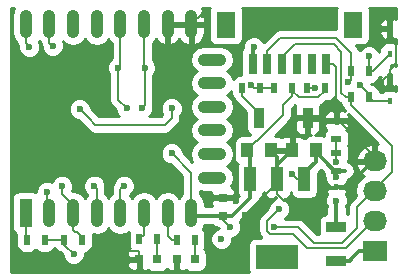
<source format=gtl>
G04 #@! TF.FileFunction,Copper,L1,Top,Signal*
%FSLAX46Y46*%
G04 Gerber Fmt 4.6, Leading zero omitted, Abs format (unit mm)*
G04 Created by KiCad (PCBNEW (2015-12-18 BZR 6383, Git 02d9bbb)-product) date Sun 17 Jan 2016 02:01:38 PM EET*
%MOMM*%
G01*
G04 APERTURE LIST*
%ADD10C,0.100000*%
%ADD11R,0.750000X0.800000*%
%ADD12R,1.000000X1.250000*%
%ADD13R,0.797560X0.797560*%
%ADD14R,0.450000X0.590000*%
%ADD15R,1.700000X0.900000*%
%ADD16R,0.500000X0.900000*%
%ADD17R,0.900000X0.500000*%
%ADD18O,2.400000X1.100000*%
%ADD19R,1.100000X2.400000*%
%ADD20O,1.100000X2.400000*%
%ADD21R,3.657600X2.032000*%
%ADD22R,1.016000X2.032000*%
%ADD23R,0.700000X1.800000*%
%ADD24R,1.600000X2.200000*%
%ADD25R,2.032000X1.727200*%
%ADD26O,2.032000X1.727200*%
%ADD27R,0.900000X1.700000*%
%ADD28C,0.600000*%
%ADD29C,0.300000*%
%ADD30C,0.200000*%
%ADD31C,0.254000*%
G04 APERTURE END LIST*
D10*
D11*
X61849000Y-79934500D03*
X61849000Y-78434500D03*
D12*
X69680000Y-74419500D03*
X67680000Y-74419500D03*
X63897000Y-74419500D03*
X65897000Y-74419500D03*
D13*
X59423300Y-83629500D03*
X57924700Y-83629500D03*
X56248300Y-83629500D03*
X54749700Y-83629500D03*
D14*
X71430000Y-79604500D03*
X71430000Y-77494500D03*
D15*
X71430000Y-83809500D03*
X71430000Y-80909500D03*
D16*
X59424000Y-81978500D03*
X57924000Y-81978500D03*
X49899000Y-81978500D03*
X48399000Y-81978500D03*
X45224000Y-81978500D03*
X46724000Y-81978500D03*
X56249000Y-81919500D03*
X54749000Y-81919500D03*
D17*
X71430000Y-74624500D03*
X71430000Y-76124500D03*
X71430000Y-71919500D03*
X71430000Y-73419500D03*
D16*
X72680000Y-69919500D03*
X74180000Y-69919500D03*
X72680000Y-67669500D03*
X74180000Y-67669500D03*
X68930000Y-69169500D03*
X70430000Y-69169500D03*
D18*
X60875201Y-76729500D03*
X60875201Y-74729500D03*
X60875201Y-72729500D03*
X60875201Y-70729500D03*
X60875201Y-68729500D03*
X60875201Y-66729500D03*
D19*
X45125201Y-79719500D03*
D20*
X47125201Y-79719500D03*
X49125201Y-79719500D03*
X51125201Y-79719500D03*
X53125201Y-79719500D03*
X55125201Y-79719500D03*
X57125201Y-79719500D03*
X59125201Y-79719500D03*
X59125201Y-63719500D03*
X57125201Y-63719500D03*
X55125201Y-63719500D03*
X53125201Y-63719500D03*
X51125201Y-63719500D03*
X49125201Y-63719500D03*
X47125201Y-63719500D03*
X45125201Y-63719500D03*
D21*
X66430000Y-83471500D03*
D22*
X66430000Y-76867500D03*
X64144000Y-76867500D03*
X68716000Y-76867500D03*
D23*
X64324000Y-67069500D03*
X65574000Y-67069500D03*
X66824000Y-67069500D03*
X68074000Y-67069500D03*
X69324000Y-67069500D03*
X70574000Y-67069500D03*
D24*
X62074000Y-63769500D03*
X72824000Y-63769500D03*
D14*
X75930000Y-70224500D03*
X75930000Y-68114500D03*
X75930000Y-66224500D03*
X75930000Y-64114500D03*
D25*
X74680000Y-82959500D03*
D26*
X74680000Y-80419500D03*
X74680000Y-77879500D03*
X74680000Y-75339500D03*
D16*
X66180000Y-69169500D03*
X67680000Y-69169500D03*
X63430000Y-69169500D03*
X64930000Y-69169500D03*
D27*
X64880000Y-71669500D03*
X68980000Y-71669500D03*
D28*
X57470000Y-74669500D03*
X61680000Y-81919500D03*
X49180000Y-83169500D03*
X62430000Y-80919500D03*
X60180000Y-62919500D03*
X74930000Y-63919500D03*
X75180000Y-68669500D03*
X52680000Y-81919500D03*
X63680000Y-79919500D03*
X62930000Y-78669500D03*
X71430000Y-76699498D03*
X71430000Y-78669500D03*
X49680000Y-70919500D03*
X57470000Y-70859500D03*
X67680000Y-76419500D03*
X64430000Y-65669500D03*
X66579302Y-79376640D03*
X72430031Y-68669500D03*
X66123636Y-80924553D03*
X69600219Y-69164807D03*
X54930000Y-70859500D03*
X55180000Y-67419500D03*
X46930000Y-77919500D03*
X71430000Y-75374498D03*
X64180012Y-68869479D03*
X53660000Y-70859500D03*
X52930000Y-67419500D03*
X45430000Y-65669500D03*
X73430000Y-68919500D03*
X47393325Y-65569480D03*
X74180000Y-66419500D03*
X48180000Y-77419500D03*
X50930000Y-77419500D03*
X53430000Y-77419500D03*
D29*
X62627004Y-79934500D02*
X62524000Y-79934500D01*
X62524000Y-79934500D02*
X61849000Y-79934500D01*
X64144000Y-78417504D02*
X62627004Y-79934500D01*
X64144000Y-76867500D02*
X64144000Y-78417504D01*
D30*
X59125201Y-79719500D02*
X59125201Y-76324701D01*
X59125201Y-76324701D02*
X57470000Y-74669500D01*
X48399000Y-81978500D02*
X48399000Y-82388500D01*
X48399000Y-82388500D02*
X49180000Y-83169500D01*
X66930000Y-70569500D02*
X66930000Y-71386500D01*
X64722000Y-73594500D02*
X64597000Y-73594500D01*
X63897000Y-74294500D02*
X63897000Y-74419500D01*
X66930000Y-71386500D02*
X64722000Y-73594500D01*
X64597000Y-73594500D02*
X63897000Y-74294500D01*
X67680000Y-69169500D02*
X67680000Y-69819500D01*
X67680000Y-69819500D02*
X66930000Y-70569500D01*
X70430000Y-69169500D02*
X70430000Y-69369500D01*
X70430000Y-69369500D02*
X69879999Y-69919501D01*
X67680000Y-69369500D02*
X67680000Y-69169500D01*
X69879999Y-69919501D02*
X68230001Y-69919501D01*
X68230001Y-69919501D02*
X67680000Y-69369500D01*
X46724000Y-81978500D02*
X48399000Y-81978500D01*
X61849000Y-79934500D02*
X61849000Y-80338500D01*
X61849000Y-80338500D02*
X62430000Y-80919500D01*
D29*
X61849000Y-79934500D02*
X59340201Y-79934500D01*
X59340201Y-79934500D02*
X59125201Y-79719500D01*
X64144000Y-76867500D02*
X64144000Y-74666500D01*
X64144000Y-74666500D02*
X63897000Y-74419500D01*
D30*
X60180000Y-62919500D02*
X59925201Y-62919500D01*
X59925201Y-62919500D02*
X59125201Y-63719500D01*
X75930000Y-64114500D02*
X75125000Y-64114500D01*
X75125000Y-64114500D02*
X74930000Y-63919500D01*
X75930000Y-68114500D02*
X75735000Y-68114500D01*
X75735000Y-68114500D02*
X75180000Y-68669500D01*
X71430000Y-71919500D02*
X71630000Y-71919500D01*
X71630000Y-71919500D02*
X74680000Y-74969500D01*
X74680000Y-74969500D02*
X74680000Y-75339500D01*
X75930000Y-67619500D02*
X75930000Y-68114500D01*
X54638480Y-82919500D02*
X53680000Y-82919500D01*
X53680000Y-82919500D02*
X52680000Y-81919500D01*
X54749700Y-83629500D02*
X54749700Y-83030720D01*
X54749700Y-83030720D02*
X54638480Y-82919500D01*
X75930000Y-64114500D02*
X75930000Y-64609500D01*
X75930000Y-64609500D02*
X76455001Y-65134501D01*
X76455001Y-65134501D02*
X76455001Y-67094499D01*
X76455001Y-67094499D02*
X75930000Y-67619500D01*
D29*
X71430000Y-77494500D02*
X72525000Y-77494500D01*
X72525000Y-77494500D02*
X73364000Y-76655500D01*
X73364000Y-76503100D02*
X74527600Y-75339500D01*
X73364000Y-76655500D02*
X73364000Y-76503100D01*
X74527600Y-75339500D02*
X74680000Y-75339500D01*
D30*
X67016000Y-78669500D02*
X69830000Y-78669500D01*
X69830000Y-78669500D02*
X71005000Y-77494500D01*
X71005000Y-77494500D02*
X71430000Y-77494500D01*
X66430000Y-76867500D02*
X66430000Y-78083500D01*
X66430000Y-78083500D02*
X67016000Y-78669500D01*
X63680000Y-79919500D02*
X66430000Y-77169500D01*
X66430000Y-77169500D02*
X66430000Y-76867500D01*
X62695000Y-78434500D02*
X62930000Y-78669500D01*
X61849000Y-78434500D02*
X62695000Y-78434500D01*
X70574000Y-67069500D02*
X71124000Y-67069500D01*
X71124000Y-67069500D02*
X71430000Y-67375500D01*
X71430000Y-67375500D02*
X71430000Y-71469500D01*
X71430000Y-71469500D02*
X71430000Y-71919500D01*
X71430000Y-71919500D02*
X69230000Y-71919500D01*
X69230000Y-71919500D02*
X68980000Y-71669500D01*
D29*
X66430000Y-76867500D02*
X66430000Y-75669500D01*
X66430000Y-75669500D02*
X67680000Y-74419500D01*
X66430000Y-76867500D02*
X66430000Y-74952500D01*
X66430000Y-74952500D02*
X65897000Y-74419500D01*
X71430000Y-76699498D02*
X71430000Y-76124500D01*
X71430000Y-79009500D02*
X71430000Y-78669500D01*
D30*
X50441999Y-71681499D02*
X49680000Y-70919500D01*
X51020000Y-72259500D02*
X50441999Y-71681499D01*
X56890000Y-72259500D02*
X51020000Y-72259500D01*
X57470000Y-71679500D02*
X56890000Y-72259500D01*
X57470000Y-70859500D02*
X57470000Y-71679500D01*
X68716000Y-76867500D02*
X68128000Y-76867500D01*
X68128000Y-76867500D02*
X67680000Y-76419500D01*
D29*
X68716000Y-76867500D02*
X68716000Y-76359500D01*
X68716000Y-76359500D02*
X69680000Y-75395500D01*
X69680000Y-75395500D02*
X69680000Y-74419500D01*
X70525000Y-75419500D02*
X70525000Y-75389500D01*
X70525000Y-75389500D02*
X69680000Y-74544500D01*
X69680000Y-74544500D02*
X69680000Y-74419500D01*
X71430000Y-76124500D02*
X71230000Y-76124500D01*
X71230000Y-76124500D02*
X70525000Y-75419500D01*
X71430000Y-79604500D02*
X71430000Y-79009500D01*
X72180000Y-76124500D02*
X71430000Y-76124500D01*
X71430000Y-80909500D02*
X71430000Y-79604500D01*
D30*
X59424000Y-81978500D02*
X59424000Y-83628800D01*
X59424000Y-83628800D02*
X59423300Y-83629500D01*
X56249000Y-81919500D02*
X56249000Y-83628800D01*
X56249000Y-83628800D02*
X56248300Y-83629500D01*
D29*
X64324000Y-67069500D02*
X64324000Y-65775500D01*
X64324000Y-65775500D02*
X64430000Y-65669500D01*
X72680000Y-83643500D02*
X72680000Y-83709500D01*
X72580000Y-83809500D02*
X71430000Y-83809500D01*
X72680000Y-83709500D02*
X72580000Y-83809500D01*
X74680000Y-82959500D02*
X73364000Y-82959500D01*
X73364000Y-82959500D02*
X72680000Y-83643500D01*
D30*
X66279303Y-79676639D02*
X66579302Y-79376640D01*
X68907369Y-82669500D02*
X67762423Y-81524554D01*
X65523635Y-81212554D02*
X65523635Y-80432307D01*
X67762423Y-81524554D02*
X65835635Y-81524554D01*
X74527600Y-80419500D02*
X72277600Y-82669500D01*
X72277600Y-82669500D02*
X68907369Y-82669500D01*
X74680000Y-80419500D02*
X74527600Y-80419500D01*
X65523635Y-80432307D02*
X66279303Y-79676639D01*
X65835635Y-81524554D02*
X65523635Y-81212554D01*
X72680000Y-68419531D02*
X72430031Y-68669500D01*
X72680000Y-67669500D02*
X72680000Y-68419531D01*
X72680000Y-67669500D02*
X72680000Y-66169500D01*
X72680000Y-66169500D02*
X71430000Y-64919500D01*
X71430000Y-64919500D02*
X66680000Y-64919500D01*
X66680000Y-64919500D02*
X65574000Y-66025500D01*
X65574000Y-66025500D02*
X65574000Y-67069500D01*
X74527600Y-77879500D02*
X76164897Y-76242203D01*
X76164897Y-76242203D02*
X76164897Y-74054397D01*
X76164897Y-74054397D02*
X72680000Y-70569500D01*
X72680000Y-70569500D02*
X72680000Y-69919500D01*
X69495492Y-82269489D02*
X68150556Y-80924553D01*
X74527600Y-77879500D02*
X73180000Y-79227100D01*
X66547900Y-80924553D02*
X66123636Y-80924553D01*
X73180000Y-79227100D02*
X73180000Y-80999502D01*
X68150556Y-80924553D02*
X66547900Y-80924553D01*
X71910013Y-82269489D02*
X69495492Y-82269489D01*
X73180000Y-80999502D02*
X71910013Y-82269489D01*
X72680000Y-69919500D02*
X72230000Y-69919500D01*
X71830011Y-69519511D02*
X71830011Y-66069511D01*
X66824000Y-66519500D02*
X66824000Y-67069500D01*
X72230000Y-69919500D02*
X71830011Y-69519511D01*
X71180000Y-65419500D02*
X67924000Y-65419500D01*
X67924000Y-65419500D02*
X66824000Y-66519500D01*
X71830011Y-66069511D02*
X71180000Y-65419500D01*
X74527600Y-77879500D02*
X74680000Y-77879500D01*
X68930000Y-69169500D02*
X69595526Y-69169500D01*
X69595526Y-69169500D02*
X69600219Y-69164807D01*
X55180000Y-67419500D02*
X55180000Y-70609500D01*
X55180000Y-70609500D02*
X54930000Y-70859500D01*
X55125201Y-63719500D02*
X55125201Y-67364701D01*
X55125201Y-67364701D02*
X55180000Y-67419500D01*
X57125201Y-79719500D02*
X57125201Y-81629701D01*
X57125201Y-81629701D02*
X57474000Y-81978500D01*
X57474000Y-81978500D02*
X57924000Y-81978500D01*
X45125201Y-79719500D02*
X45125201Y-81879701D01*
X45125201Y-81879701D02*
X45224000Y-81978500D01*
X55125201Y-79719500D02*
X55125201Y-81543299D01*
X55125201Y-81543299D02*
X54749000Y-81919500D01*
X46930000Y-77919500D02*
X46930000Y-79524299D01*
X46930000Y-79524299D02*
X47125201Y-79719500D01*
X71430000Y-74624500D02*
X71430000Y-75374498D01*
X71430000Y-74624500D02*
X71430000Y-73419500D01*
X64930000Y-69169500D02*
X64480000Y-69169500D01*
X64480000Y-69169500D02*
X64180012Y-68869512D01*
X64180012Y-68869512D02*
X64180012Y-68869479D01*
X52930000Y-67419500D02*
X52930000Y-70129500D01*
X52930000Y-70129500D02*
X53660000Y-70859500D01*
X53125201Y-63719500D02*
X53125201Y-67224299D01*
X53125201Y-67224299D02*
X52930000Y-67419500D01*
X64930000Y-69169500D02*
X66180000Y-69169500D01*
X45430000Y-65669500D02*
X45125201Y-65364701D01*
X45125201Y-65364701D02*
X45125201Y-63719500D01*
X74180000Y-69919500D02*
X74180000Y-69669500D01*
X74180000Y-69669500D02*
X73430000Y-68919500D01*
X75930000Y-70224500D02*
X74485000Y-70224500D01*
X74485000Y-70224500D02*
X74180000Y-69919500D01*
X47125201Y-65301356D02*
X47393325Y-65569480D01*
X47125201Y-63719500D02*
X47125201Y-65301356D01*
X74180000Y-67669500D02*
X74180000Y-66419500D01*
X75930000Y-66224500D02*
X75930000Y-66294500D01*
X75930000Y-66294500D02*
X74555000Y-67669500D01*
X74555000Y-67669500D02*
X74180000Y-67669500D01*
X49125201Y-79719500D02*
X49125201Y-79069500D01*
X49125201Y-79069500D02*
X48180000Y-78124299D01*
X48180000Y-78124299D02*
X48180000Y-77419500D01*
X49430000Y-81309500D02*
X49315201Y-81309500D01*
X49315201Y-81309500D02*
X49125201Y-81119500D01*
X49125201Y-81119500D02*
X49125201Y-79719500D01*
X49899000Y-81978500D02*
X49899000Y-81778500D01*
X49899000Y-81778500D02*
X49430000Y-81309500D01*
X63430000Y-69819500D02*
X63430000Y-69169500D01*
X64880000Y-71269500D02*
X63430000Y-69819500D01*
X64880000Y-71669500D02*
X64880000Y-71269500D01*
X51125201Y-79719500D02*
X51125201Y-77614701D01*
X51125201Y-77614701D02*
X50930000Y-77419500D01*
X53125201Y-79719500D02*
X53125201Y-77724299D01*
X53125201Y-77724299D02*
X53430000Y-77419500D01*
D31*
G36*
X44030404Y-62580070D02*
X43940201Y-63033550D01*
X43940201Y-64405450D01*
X44030404Y-64858930D01*
X44287279Y-65243372D01*
X44390201Y-65312142D01*
X44390201Y-65364701D01*
X44433550Y-65582628D01*
X44446150Y-65645973D01*
X44494956Y-65719017D01*
X44494838Y-65854667D01*
X44636883Y-66198443D01*
X44899673Y-66461692D01*
X45243201Y-66604338D01*
X45615167Y-66604662D01*
X45958943Y-66462617D01*
X46222192Y-66199827D01*
X46364838Y-65856299D01*
X46365162Y-65484333D01*
X46230468Y-65158348D01*
X46287279Y-65243372D01*
X46392675Y-65313795D01*
X46439618Y-65549788D01*
X46446150Y-65582628D01*
X46458297Y-65600807D01*
X46458163Y-65754647D01*
X46600208Y-66098423D01*
X46862998Y-66361672D01*
X47206526Y-66504318D01*
X47578492Y-66504642D01*
X47922268Y-66362597D01*
X48185517Y-66099807D01*
X48328163Y-65756279D01*
X48328487Y-65384313D01*
X48242659Y-65176594D01*
X48287279Y-65243372D01*
X48671721Y-65500247D01*
X49125201Y-65590450D01*
X49578681Y-65500247D01*
X49963123Y-65243372D01*
X50125201Y-65000804D01*
X50287279Y-65243372D01*
X50671721Y-65500247D01*
X51125201Y-65590450D01*
X51578681Y-65500247D01*
X51963123Y-65243372D01*
X52125201Y-65000804D01*
X52287279Y-65243372D01*
X52390201Y-65312142D01*
X52390201Y-66637220D01*
X52137808Y-66889173D01*
X51995162Y-67232701D01*
X51994838Y-67604667D01*
X52136883Y-67948443D01*
X52195000Y-68006662D01*
X52195000Y-70129500D01*
X52246653Y-70389173D01*
X52250949Y-70410772D01*
X52410277Y-70649223D01*
X52724908Y-70963855D01*
X52724838Y-71044667D01*
X52866883Y-71388443D01*
X53002703Y-71524500D01*
X51324447Y-71524500D01*
X50961724Y-71161778D01*
X50961722Y-71161775D01*
X50615092Y-70815145D01*
X50615162Y-70734333D01*
X50473117Y-70390557D01*
X50210327Y-70127308D01*
X49866799Y-69984662D01*
X49494833Y-69984338D01*
X49151057Y-70126383D01*
X48887808Y-70389173D01*
X48745162Y-70732701D01*
X48744838Y-71104667D01*
X48886883Y-71448443D01*
X49149673Y-71711692D01*
X49493201Y-71854338D01*
X49575463Y-71854410D01*
X49922275Y-72201222D01*
X49922278Y-72201224D01*
X50500277Y-72779224D01*
X50732191Y-72934183D01*
X50738728Y-72938551D01*
X51020000Y-72994500D01*
X56890000Y-72994500D01*
X57171272Y-72938551D01*
X57409723Y-72779223D01*
X57989724Y-72199223D01*
X58149051Y-71960772D01*
X58158255Y-71914500D01*
X58205000Y-71679500D01*
X58205000Y-71446919D01*
X58262192Y-71389827D01*
X58404838Y-71046299D01*
X58405162Y-70674333D01*
X58263117Y-70330557D01*
X58000327Y-70067308D01*
X57656799Y-69924662D01*
X57284833Y-69924338D01*
X56941057Y-70066383D01*
X56677808Y-70329173D01*
X56535162Y-70672701D01*
X56534838Y-71044667D01*
X56676883Y-71388443D01*
X56699227Y-71410826D01*
X56585554Y-71524500D01*
X55587284Y-71524500D01*
X55722192Y-71389827D01*
X55864838Y-71046299D01*
X55865000Y-70860867D01*
X55875406Y-70808551D01*
X55915000Y-70609500D01*
X55915000Y-68006919D01*
X55972192Y-67949827D01*
X56114838Y-67606299D01*
X56115162Y-67234333D01*
X55973117Y-66890557D01*
X55860201Y-66777444D01*
X55860201Y-65312142D01*
X55963123Y-65243372D01*
X56127123Y-64997928D01*
X56377083Y-65297224D01*
X56789055Y-65512898D01*
X56815457Y-65513303D01*
X56998201Y-65387861D01*
X56998201Y-63846500D01*
X57252201Y-63846500D01*
X57252201Y-65387861D01*
X57434945Y-65513303D01*
X57461347Y-65512898D01*
X57873319Y-65297224D01*
X58125201Y-64995627D01*
X58377083Y-65297224D01*
X58789055Y-65512898D01*
X58815457Y-65513303D01*
X58998201Y-65387861D01*
X58998201Y-63846500D01*
X59252201Y-63846500D01*
X59252201Y-65387861D01*
X59434945Y-65513303D01*
X59461347Y-65512898D01*
X59873319Y-65297224D01*
X60171397Y-64940313D01*
X60310201Y-64496500D01*
X60310201Y-63846500D01*
X59252201Y-63846500D01*
X58998201Y-63846500D01*
X57252201Y-63846500D01*
X56998201Y-63846500D01*
X56978201Y-63846500D01*
X56978201Y-63592500D01*
X56998201Y-63592500D01*
X56998201Y-63572500D01*
X57252201Y-63572500D01*
X57252201Y-63592500D01*
X58998201Y-63592500D01*
X58998201Y-63572500D01*
X59252201Y-63572500D01*
X59252201Y-63592500D01*
X60310201Y-63592500D01*
X60310201Y-62942500D01*
X60171397Y-62498687D01*
X60071857Y-62379500D01*
X60703608Y-62379500D01*
X60677569Y-62417610D01*
X60626560Y-62669500D01*
X60626560Y-64869500D01*
X60670838Y-65104817D01*
X60809910Y-65320941D01*
X61022110Y-65465931D01*
X61274000Y-65516940D01*
X62874000Y-65516940D01*
X63109317Y-65472662D01*
X63325441Y-65333590D01*
X63470431Y-65121390D01*
X63521440Y-64869500D01*
X63521440Y-62669500D01*
X63477162Y-62434183D01*
X63441974Y-62379500D01*
X71453608Y-62379500D01*
X71427569Y-62417610D01*
X71376560Y-62669500D01*
X71376560Y-64184500D01*
X66680000Y-64184500D01*
X66398728Y-64240449D01*
X66160276Y-64399777D01*
X65280535Y-65279519D01*
X65223117Y-65140557D01*
X64960327Y-64877308D01*
X64616799Y-64734662D01*
X64244833Y-64734338D01*
X63901057Y-64876383D01*
X63637808Y-65139173D01*
X63495162Y-65482701D01*
X63494933Y-65745842D01*
X63377569Y-65917610D01*
X63326560Y-66169500D01*
X63326560Y-67969500D01*
X63345858Y-68072060D01*
X63180000Y-68072060D01*
X62944683Y-68116338D01*
X62728559Y-68255410D01*
X62669145Y-68342365D01*
X62655948Y-68276020D01*
X62399073Y-67891578D01*
X62156505Y-67729500D01*
X62399073Y-67567422D01*
X62655948Y-67182980D01*
X62746151Y-66729500D01*
X62655948Y-66276020D01*
X62399073Y-65891578D01*
X62014631Y-65634703D01*
X61561151Y-65544500D01*
X60189251Y-65544500D01*
X59735771Y-65634703D01*
X59351329Y-65891578D01*
X59094454Y-66276020D01*
X59004251Y-66729500D01*
X59094454Y-67182980D01*
X59351329Y-67567422D01*
X59593897Y-67729500D01*
X59351329Y-67891578D01*
X59094454Y-68276020D01*
X59004251Y-68729500D01*
X59094454Y-69182980D01*
X59351329Y-69567422D01*
X59593897Y-69729500D01*
X59351329Y-69891578D01*
X59094454Y-70276020D01*
X59004251Y-70729500D01*
X59094454Y-71182980D01*
X59351329Y-71567422D01*
X59593897Y-71729500D01*
X59351329Y-71891578D01*
X59094454Y-72276020D01*
X59004251Y-72729500D01*
X59094454Y-73182980D01*
X59351329Y-73567422D01*
X59593897Y-73729500D01*
X59351329Y-73891578D01*
X59094454Y-74276020D01*
X59004251Y-74729500D01*
X59094454Y-75182980D01*
X59238485Y-75398538D01*
X58405092Y-74565145D01*
X58405162Y-74484333D01*
X58263117Y-74140557D01*
X58000327Y-73877308D01*
X57656799Y-73734662D01*
X57284833Y-73734338D01*
X56941057Y-73876383D01*
X56677808Y-74139173D01*
X56535162Y-74482701D01*
X56534838Y-74854667D01*
X56676883Y-75198443D01*
X56939673Y-75461692D01*
X57283201Y-75604338D01*
X57365463Y-75604410D01*
X58390201Y-76629148D01*
X58390201Y-78126858D01*
X58287279Y-78195628D01*
X58125201Y-78438196D01*
X57963123Y-78195628D01*
X57578681Y-77938753D01*
X57125201Y-77848550D01*
X56671721Y-77938753D01*
X56287279Y-78195628D01*
X56125201Y-78438196D01*
X55963123Y-78195628D01*
X55578681Y-77938753D01*
X55125201Y-77848550D01*
X54671721Y-77938753D01*
X54287279Y-78195628D01*
X54125201Y-78438196D01*
X53968260Y-78203316D01*
X54222192Y-77949827D01*
X54364838Y-77606299D01*
X54365162Y-77234333D01*
X54223117Y-76890557D01*
X53960327Y-76627308D01*
X53616799Y-76484662D01*
X53244833Y-76484338D01*
X52901057Y-76626383D01*
X52637808Y-76889173D01*
X52495162Y-77232701D01*
X52495043Y-77369854D01*
X52446150Y-77443027D01*
X52390201Y-77724299D01*
X52390201Y-78126858D01*
X52287279Y-78195628D01*
X52125201Y-78438196D01*
X51963123Y-78195628D01*
X51860201Y-78126858D01*
X51860201Y-77617466D01*
X51864838Y-77606299D01*
X51865162Y-77234333D01*
X51723117Y-76890557D01*
X51460327Y-76627308D01*
X51116799Y-76484662D01*
X50744833Y-76484338D01*
X50401057Y-76626383D01*
X50137808Y-76889173D01*
X49995162Y-77232701D01*
X49994838Y-77604667D01*
X50136883Y-77948443D01*
X50345082Y-78157006D01*
X50287279Y-78195628D01*
X50125201Y-78438196D01*
X49963123Y-78195628D01*
X49578681Y-77938753D01*
X49125201Y-77848550D01*
X49004257Y-77872607D01*
X49114838Y-77606299D01*
X49115162Y-77234333D01*
X48973117Y-76890557D01*
X48710327Y-76627308D01*
X48366799Y-76484662D01*
X47994833Y-76484338D01*
X47651057Y-76626383D01*
X47387808Y-76889173D01*
X47314132Y-77066602D01*
X47116799Y-76984662D01*
X46744833Y-76984338D01*
X46401057Y-77126383D01*
X46137808Y-77389173D01*
X45995162Y-77732701D01*
X45994956Y-77969439D01*
X45927091Y-77923069D01*
X45675201Y-77872060D01*
X44575201Y-77872060D01*
X44339884Y-77916338D01*
X44123760Y-78055410D01*
X43978770Y-78267610D01*
X43927761Y-78519500D01*
X43927761Y-80919500D01*
X43972039Y-81154817D01*
X44111111Y-81370941D01*
X44323311Y-81515931D01*
X44328877Y-81517058D01*
X44326560Y-81528500D01*
X44326560Y-82428500D01*
X44370838Y-82663817D01*
X44509910Y-82879941D01*
X44722110Y-83024931D01*
X44974000Y-83075940D01*
X45474000Y-83075940D01*
X45709317Y-83031662D01*
X45925441Y-82892590D01*
X45973134Y-82822789D01*
X46009910Y-82879941D01*
X46222110Y-83024931D01*
X46474000Y-83075940D01*
X46974000Y-83075940D01*
X47209317Y-83031662D01*
X47425441Y-82892590D01*
X47547808Y-82713500D01*
X47577808Y-82713500D01*
X47684910Y-82879941D01*
X47897110Y-83024931D01*
X48021092Y-83050038D01*
X48244908Y-83273855D01*
X48244838Y-83354667D01*
X48386883Y-83698443D01*
X48649673Y-83961692D01*
X48993201Y-84104338D01*
X49365167Y-84104662D01*
X49708943Y-83962617D01*
X49756392Y-83915250D01*
X53715920Y-83915250D01*
X53715920Y-84154590D01*
X53812593Y-84387979D01*
X53991222Y-84566607D01*
X54224611Y-84663280D01*
X54463950Y-84663280D01*
X54622700Y-84504530D01*
X54622700Y-83756500D01*
X53874670Y-83756500D01*
X53715920Y-83915250D01*
X49756392Y-83915250D01*
X49972192Y-83699827D01*
X50114838Y-83356299D01*
X50115082Y-83075940D01*
X50149000Y-83075940D01*
X50384317Y-83031662D01*
X50600441Y-82892590D01*
X50745431Y-82680390D01*
X50796440Y-82428500D01*
X50796440Y-81528500D01*
X50795767Y-81524921D01*
X51125201Y-81590450D01*
X51578681Y-81500247D01*
X51963123Y-81243372D01*
X52125201Y-81000804D01*
X52287279Y-81243372D01*
X52671721Y-81500247D01*
X53125201Y-81590450D01*
X53578681Y-81500247D01*
X53887060Y-81294195D01*
X53851560Y-81469500D01*
X53851560Y-82369500D01*
X53895838Y-82604817D01*
X53967473Y-82716142D01*
X53812593Y-82871021D01*
X53715920Y-83104410D01*
X53715920Y-83343750D01*
X53874670Y-83502500D01*
X54622700Y-83502500D01*
X54622700Y-83482500D01*
X54876700Y-83482500D01*
X54876700Y-83502500D01*
X54896700Y-83502500D01*
X54896700Y-83756500D01*
X54876700Y-83756500D01*
X54876700Y-84504530D01*
X55035450Y-84663280D01*
X55274789Y-84663280D01*
X55508178Y-84566607D01*
X55509970Y-84564815D01*
X55597630Y-84624711D01*
X55849520Y-84675720D01*
X56647080Y-84675720D01*
X56882397Y-84631442D01*
X57094544Y-84494929D01*
X57166222Y-84566607D01*
X57399611Y-84663280D01*
X57638950Y-84663280D01*
X57797700Y-84504530D01*
X57797700Y-83756500D01*
X57777700Y-83756500D01*
X57777700Y-83502500D01*
X57797700Y-83502500D01*
X57797700Y-83482500D01*
X58051700Y-83482500D01*
X58051700Y-83502500D01*
X58071700Y-83502500D01*
X58071700Y-83756500D01*
X58051700Y-83756500D01*
X58051700Y-84504530D01*
X58210450Y-84663280D01*
X58449789Y-84663280D01*
X58683178Y-84566607D01*
X58684970Y-84564815D01*
X58772630Y-84624711D01*
X59024520Y-84675720D01*
X59822080Y-84675720D01*
X60057397Y-84631442D01*
X60273521Y-84492370D01*
X60418511Y-84280170D01*
X60469520Y-84028280D01*
X60469520Y-83230720D01*
X60425242Y-82995403D01*
X60286170Y-82779279D01*
X60229377Y-82740474D01*
X60270431Y-82680390D01*
X60321440Y-82428500D01*
X60321440Y-81528500D01*
X60277162Y-81293183D01*
X60138090Y-81077059D01*
X60094260Y-81047111D01*
X60219998Y-80858930D01*
X60247732Y-80719500D01*
X60967156Y-80719500D01*
X61009910Y-80785941D01*
X61222110Y-80930931D01*
X61447660Y-80976606D01*
X61466924Y-80995870D01*
X61151057Y-81126383D01*
X60887808Y-81389173D01*
X60745162Y-81732701D01*
X60744838Y-82104667D01*
X60886883Y-82448443D01*
X61149673Y-82711692D01*
X61493201Y-82854338D01*
X61865167Y-82854662D01*
X62208943Y-82712617D01*
X62472192Y-82449827D01*
X62614838Y-82106299D01*
X62615057Y-81854662D01*
X62615167Y-81854662D01*
X62958943Y-81712617D01*
X63222192Y-81449827D01*
X63364838Y-81106299D01*
X63365162Y-80734333D01*
X63240072Y-80431590D01*
X64699079Y-78972583D01*
X64869245Y-78717911D01*
X64919343Y-78466054D01*
X65103441Y-78347590D01*
X65248431Y-78135390D01*
X65287000Y-77944931D01*
X65287000Y-78009810D01*
X65383673Y-78243199D01*
X65562302Y-78421827D01*
X65795691Y-78518500D01*
X66144250Y-78518500D01*
X66302998Y-78359752D01*
X66302998Y-78479135D01*
X66050359Y-78583523D01*
X65787110Y-78846313D01*
X65644464Y-79189841D01*
X65644392Y-79272103D01*
X65003912Y-79912584D01*
X64844584Y-80151035D01*
X64788635Y-80432307D01*
X64788635Y-81212554D01*
X64833723Y-81439223D01*
X64844584Y-81493826D01*
X65003912Y-81732277D01*
X65079695Y-81808060D01*
X64601200Y-81808060D01*
X64365883Y-81852338D01*
X64149759Y-81991410D01*
X64004769Y-82203610D01*
X63953760Y-82455500D01*
X63953760Y-84487500D01*
X63994072Y-84701739D01*
X43908432Y-84689917D01*
X43890569Y-62379500D01*
X44164420Y-62379500D01*
X44030404Y-62580070D01*
X44030404Y-62580070D01*
G37*
X44030404Y-62580070D02*
X43940201Y-63033550D01*
X43940201Y-64405450D01*
X44030404Y-64858930D01*
X44287279Y-65243372D01*
X44390201Y-65312142D01*
X44390201Y-65364701D01*
X44433550Y-65582628D01*
X44446150Y-65645973D01*
X44494956Y-65719017D01*
X44494838Y-65854667D01*
X44636883Y-66198443D01*
X44899673Y-66461692D01*
X45243201Y-66604338D01*
X45615167Y-66604662D01*
X45958943Y-66462617D01*
X46222192Y-66199827D01*
X46364838Y-65856299D01*
X46365162Y-65484333D01*
X46230468Y-65158348D01*
X46287279Y-65243372D01*
X46392675Y-65313795D01*
X46439618Y-65549788D01*
X46446150Y-65582628D01*
X46458297Y-65600807D01*
X46458163Y-65754647D01*
X46600208Y-66098423D01*
X46862998Y-66361672D01*
X47206526Y-66504318D01*
X47578492Y-66504642D01*
X47922268Y-66362597D01*
X48185517Y-66099807D01*
X48328163Y-65756279D01*
X48328487Y-65384313D01*
X48242659Y-65176594D01*
X48287279Y-65243372D01*
X48671721Y-65500247D01*
X49125201Y-65590450D01*
X49578681Y-65500247D01*
X49963123Y-65243372D01*
X50125201Y-65000804D01*
X50287279Y-65243372D01*
X50671721Y-65500247D01*
X51125201Y-65590450D01*
X51578681Y-65500247D01*
X51963123Y-65243372D01*
X52125201Y-65000804D01*
X52287279Y-65243372D01*
X52390201Y-65312142D01*
X52390201Y-66637220D01*
X52137808Y-66889173D01*
X51995162Y-67232701D01*
X51994838Y-67604667D01*
X52136883Y-67948443D01*
X52195000Y-68006662D01*
X52195000Y-70129500D01*
X52246653Y-70389173D01*
X52250949Y-70410772D01*
X52410277Y-70649223D01*
X52724908Y-70963855D01*
X52724838Y-71044667D01*
X52866883Y-71388443D01*
X53002703Y-71524500D01*
X51324447Y-71524500D01*
X50961724Y-71161778D01*
X50961722Y-71161775D01*
X50615092Y-70815145D01*
X50615162Y-70734333D01*
X50473117Y-70390557D01*
X50210327Y-70127308D01*
X49866799Y-69984662D01*
X49494833Y-69984338D01*
X49151057Y-70126383D01*
X48887808Y-70389173D01*
X48745162Y-70732701D01*
X48744838Y-71104667D01*
X48886883Y-71448443D01*
X49149673Y-71711692D01*
X49493201Y-71854338D01*
X49575463Y-71854410D01*
X49922275Y-72201222D01*
X49922278Y-72201224D01*
X50500277Y-72779224D01*
X50732191Y-72934183D01*
X50738728Y-72938551D01*
X51020000Y-72994500D01*
X56890000Y-72994500D01*
X57171272Y-72938551D01*
X57409723Y-72779223D01*
X57989724Y-72199223D01*
X58149051Y-71960772D01*
X58158255Y-71914500D01*
X58205000Y-71679500D01*
X58205000Y-71446919D01*
X58262192Y-71389827D01*
X58404838Y-71046299D01*
X58405162Y-70674333D01*
X58263117Y-70330557D01*
X58000327Y-70067308D01*
X57656799Y-69924662D01*
X57284833Y-69924338D01*
X56941057Y-70066383D01*
X56677808Y-70329173D01*
X56535162Y-70672701D01*
X56534838Y-71044667D01*
X56676883Y-71388443D01*
X56699227Y-71410826D01*
X56585554Y-71524500D01*
X55587284Y-71524500D01*
X55722192Y-71389827D01*
X55864838Y-71046299D01*
X55865000Y-70860867D01*
X55875406Y-70808551D01*
X55915000Y-70609500D01*
X55915000Y-68006919D01*
X55972192Y-67949827D01*
X56114838Y-67606299D01*
X56115162Y-67234333D01*
X55973117Y-66890557D01*
X55860201Y-66777444D01*
X55860201Y-65312142D01*
X55963123Y-65243372D01*
X56127123Y-64997928D01*
X56377083Y-65297224D01*
X56789055Y-65512898D01*
X56815457Y-65513303D01*
X56998201Y-65387861D01*
X56998201Y-63846500D01*
X57252201Y-63846500D01*
X57252201Y-65387861D01*
X57434945Y-65513303D01*
X57461347Y-65512898D01*
X57873319Y-65297224D01*
X58125201Y-64995627D01*
X58377083Y-65297224D01*
X58789055Y-65512898D01*
X58815457Y-65513303D01*
X58998201Y-65387861D01*
X58998201Y-63846500D01*
X59252201Y-63846500D01*
X59252201Y-65387861D01*
X59434945Y-65513303D01*
X59461347Y-65512898D01*
X59873319Y-65297224D01*
X60171397Y-64940313D01*
X60310201Y-64496500D01*
X60310201Y-63846500D01*
X59252201Y-63846500D01*
X58998201Y-63846500D01*
X57252201Y-63846500D01*
X56998201Y-63846500D01*
X56978201Y-63846500D01*
X56978201Y-63592500D01*
X56998201Y-63592500D01*
X56998201Y-63572500D01*
X57252201Y-63572500D01*
X57252201Y-63592500D01*
X58998201Y-63592500D01*
X58998201Y-63572500D01*
X59252201Y-63572500D01*
X59252201Y-63592500D01*
X60310201Y-63592500D01*
X60310201Y-62942500D01*
X60171397Y-62498687D01*
X60071857Y-62379500D01*
X60703608Y-62379500D01*
X60677569Y-62417610D01*
X60626560Y-62669500D01*
X60626560Y-64869500D01*
X60670838Y-65104817D01*
X60809910Y-65320941D01*
X61022110Y-65465931D01*
X61274000Y-65516940D01*
X62874000Y-65516940D01*
X63109317Y-65472662D01*
X63325441Y-65333590D01*
X63470431Y-65121390D01*
X63521440Y-64869500D01*
X63521440Y-62669500D01*
X63477162Y-62434183D01*
X63441974Y-62379500D01*
X71453608Y-62379500D01*
X71427569Y-62417610D01*
X71376560Y-62669500D01*
X71376560Y-64184500D01*
X66680000Y-64184500D01*
X66398728Y-64240449D01*
X66160276Y-64399777D01*
X65280535Y-65279519D01*
X65223117Y-65140557D01*
X64960327Y-64877308D01*
X64616799Y-64734662D01*
X64244833Y-64734338D01*
X63901057Y-64876383D01*
X63637808Y-65139173D01*
X63495162Y-65482701D01*
X63494933Y-65745842D01*
X63377569Y-65917610D01*
X63326560Y-66169500D01*
X63326560Y-67969500D01*
X63345858Y-68072060D01*
X63180000Y-68072060D01*
X62944683Y-68116338D01*
X62728559Y-68255410D01*
X62669145Y-68342365D01*
X62655948Y-68276020D01*
X62399073Y-67891578D01*
X62156505Y-67729500D01*
X62399073Y-67567422D01*
X62655948Y-67182980D01*
X62746151Y-66729500D01*
X62655948Y-66276020D01*
X62399073Y-65891578D01*
X62014631Y-65634703D01*
X61561151Y-65544500D01*
X60189251Y-65544500D01*
X59735771Y-65634703D01*
X59351329Y-65891578D01*
X59094454Y-66276020D01*
X59004251Y-66729500D01*
X59094454Y-67182980D01*
X59351329Y-67567422D01*
X59593897Y-67729500D01*
X59351329Y-67891578D01*
X59094454Y-68276020D01*
X59004251Y-68729500D01*
X59094454Y-69182980D01*
X59351329Y-69567422D01*
X59593897Y-69729500D01*
X59351329Y-69891578D01*
X59094454Y-70276020D01*
X59004251Y-70729500D01*
X59094454Y-71182980D01*
X59351329Y-71567422D01*
X59593897Y-71729500D01*
X59351329Y-71891578D01*
X59094454Y-72276020D01*
X59004251Y-72729500D01*
X59094454Y-73182980D01*
X59351329Y-73567422D01*
X59593897Y-73729500D01*
X59351329Y-73891578D01*
X59094454Y-74276020D01*
X59004251Y-74729500D01*
X59094454Y-75182980D01*
X59238485Y-75398538D01*
X58405092Y-74565145D01*
X58405162Y-74484333D01*
X58263117Y-74140557D01*
X58000327Y-73877308D01*
X57656799Y-73734662D01*
X57284833Y-73734338D01*
X56941057Y-73876383D01*
X56677808Y-74139173D01*
X56535162Y-74482701D01*
X56534838Y-74854667D01*
X56676883Y-75198443D01*
X56939673Y-75461692D01*
X57283201Y-75604338D01*
X57365463Y-75604410D01*
X58390201Y-76629148D01*
X58390201Y-78126858D01*
X58287279Y-78195628D01*
X58125201Y-78438196D01*
X57963123Y-78195628D01*
X57578681Y-77938753D01*
X57125201Y-77848550D01*
X56671721Y-77938753D01*
X56287279Y-78195628D01*
X56125201Y-78438196D01*
X55963123Y-78195628D01*
X55578681Y-77938753D01*
X55125201Y-77848550D01*
X54671721Y-77938753D01*
X54287279Y-78195628D01*
X54125201Y-78438196D01*
X53968260Y-78203316D01*
X54222192Y-77949827D01*
X54364838Y-77606299D01*
X54365162Y-77234333D01*
X54223117Y-76890557D01*
X53960327Y-76627308D01*
X53616799Y-76484662D01*
X53244833Y-76484338D01*
X52901057Y-76626383D01*
X52637808Y-76889173D01*
X52495162Y-77232701D01*
X52495043Y-77369854D01*
X52446150Y-77443027D01*
X52390201Y-77724299D01*
X52390201Y-78126858D01*
X52287279Y-78195628D01*
X52125201Y-78438196D01*
X51963123Y-78195628D01*
X51860201Y-78126858D01*
X51860201Y-77617466D01*
X51864838Y-77606299D01*
X51865162Y-77234333D01*
X51723117Y-76890557D01*
X51460327Y-76627308D01*
X51116799Y-76484662D01*
X50744833Y-76484338D01*
X50401057Y-76626383D01*
X50137808Y-76889173D01*
X49995162Y-77232701D01*
X49994838Y-77604667D01*
X50136883Y-77948443D01*
X50345082Y-78157006D01*
X50287279Y-78195628D01*
X50125201Y-78438196D01*
X49963123Y-78195628D01*
X49578681Y-77938753D01*
X49125201Y-77848550D01*
X49004257Y-77872607D01*
X49114838Y-77606299D01*
X49115162Y-77234333D01*
X48973117Y-76890557D01*
X48710327Y-76627308D01*
X48366799Y-76484662D01*
X47994833Y-76484338D01*
X47651057Y-76626383D01*
X47387808Y-76889173D01*
X47314132Y-77066602D01*
X47116799Y-76984662D01*
X46744833Y-76984338D01*
X46401057Y-77126383D01*
X46137808Y-77389173D01*
X45995162Y-77732701D01*
X45994956Y-77969439D01*
X45927091Y-77923069D01*
X45675201Y-77872060D01*
X44575201Y-77872060D01*
X44339884Y-77916338D01*
X44123760Y-78055410D01*
X43978770Y-78267610D01*
X43927761Y-78519500D01*
X43927761Y-80919500D01*
X43972039Y-81154817D01*
X44111111Y-81370941D01*
X44323311Y-81515931D01*
X44328877Y-81517058D01*
X44326560Y-81528500D01*
X44326560Y-82428500D01*
X44370838Y-82663817D01*
X44509910Y-82879941D01*
X44722110Y-83024931D01*
X44974000Y-83075940D01*
X45474000Y-83075940D01*
X45709317Y-83031662D01*
X45925441Y-82892590D01*
X45973134Y-82822789D01*
X46009910Y-82879941D01*
X46222110Y-83024931D01*
X46474000Y-83075940D01*
X46974000Y-83075940D01*
X47209317Y-83031662D01*
X47425441Y-82892590D01*
X47547808Y-82713500D01*
X47577808Y-82713500D01*
X47684910Y-82879941D01*
X47897110Y-83024931D01*
X48021092Y-83050038D01*
X48244908Y-83273855D01*
X48244838Y-83354667D01*
X48386883Y-83698443D01*
X48649673Y-83961692D01*
X48993201Y-84104338D01*
X49365167Y-84104662D01*
X49708943Y-83962617D01*
X49756392Y-83915250D01*
X53715920Y-83915250D01*
X53715920Y-84154590D01*
X53812593Y-84387979D01*
X53991222Y-84566607D01*
X54224611Y-84663280D01*
X54463950Y-84663280D01*
X54622700Y-84504530D01*
X54622700Y-83756500D01*
X53874670Y-83756500D01*
X53715920Y-83915250D01*
X49756392Y-83915250D01*
X49972192Y-83699827D01*
X50114838Y-83356299D01*
X50115082Y-83075940D01*
X50149000Y-83075940D01*
X50384317Y-83031662D01*
X50600441Y-82892590D01*
X50745431Y-82680390D01*
X50796440Y-82428500D01*
X50796440Y-81528500D01*
X50795767Y-81524921D01*
X51125201Y-81590450D01*
X51578681Y-81500247D01*
X51963123Y-81243372D01*
X52125201Y-81000804D01*
X52287279Y-81243372D01*
X52671721Y-81500247D01*
X53125201Y-81590450D01*
X53578681Y-81500247D01*
X53887060Y-81294195D01*
X53851560Y-81469500D01*
X53851560Y-82369500D01*
X53895838Y-82604817D01*
X53967473Y-82716142D01*
X53812593Y-82871021D01*
X53715920Y-83104410D01*
X53715920Y-83343750D01*
X53874670Y-83502500D01*
X54622700Y-83502500D01*
X54622700Y-83482500D01*
X54876700Y-83482500D01*
X54876700Y-83502500D01*
X54896700Y-83502500D01*
X54896700Y-83756500D01*
X54876700Y-83756500D01*
X54876700Y-84504530D01*
X55035450Y-84663280D01*
X55274789Y-84663280D01*
X55508178Y-84566607D01*
X55509970Y-84564815D01*
X55597630Y-84624711D01*
X55849520Y-84675720D01*
X56647080Y-84675720D01*
X56882397Y-84631442D01*
X57094544Y-84494929D01*
X57166222Y-84566607D01*
X57399611Y-84663280D01*
X57638950Y-84663280D01*
X57797700Y-84504530D01*
X57797700Y-83756500D01*
X57777700Y-83756500D01*
X57777700Y-83502500D01*
X57797700Y-83502500D01*
X57797700Y-83482500D01*
X58051700Y-83482500D01*
X58051700Y-83502500D01*
X58071700Y-83502500D01*
X58071700Y-83756500D01*
X58051700Y-83756500D01*
X58051700Y-84504530D01*
X58210450Y-84663280D01*
X58449789Y-84663280D01*
X58683178Y-84566607D01*
X58684970Y-84564815D01*
X58772630Y-84624711D01*
X59024520Y-84675720D01*
X59822080Y-84675720D01*
X60057397Y-84631442D01*
X60273521Y-84492370D01*
X60418511Y-84280170D01*
X60469520Y-84028280D01*
X60469520Y-83230720D01*
X60425242Y-82995403D01*
X60286170Y-82779279D01*
X60229377Y-82740474D01*
X60270431Y-82680390D01*
X60321440Y-82428500D01*
X60321440Y-81528500D01*
X60277162Y-81293183D01*
X60138090Y-81077059D01*
X60094260Y-81047111D01*
X60219998Y-80858930D01*
X60247732Y-80719500D01*
X60967156Y-80719500D01*
X61009910Y-80785941D01*
X61222110Y-80930931D01*
X61447660Y-80976606D01*
X61466924Y-80995870D01*
X61151057Y-81126383D01*
X60887808Y-81389173D01*
X60745162Y-81732701D01*
X60744838Y-82104667D01*
X60886883Y-82448443D01*
X61149673Y-82711692D01*
X61493201Y-82854338D01*
X61865167Y-82854662D01*
X62208943Y-82712617D01*
X62472192Y-82449827D01*
X62614838Y-82106299D01*
X62615057Y-81854662D01*
X62615167Y-81854662D01*
X62958943Y-81712617D01*
X63222192Y-81449827D01*
X63364838Y-81106299D01*
X63365162Y-80734333D01*
X63240072Y-80431590D01*
X64699079Y-78972583D01*
X64869245Y-78717911D01*
X64919343Y-78466054D01*
X65103441Y-78347590D01*
X65248431Y-78135390D01*
X65287000Y-77944931D01*
X65287000Y-78009810D01*
X65383673Y-78243199D01*
X65562302Y-78421827D01*
X65795691Y-78518500D01*
X66144250Y-78518500D01*
X66302998Y-78359752D01*
X66302998Y-78479135D01*
X66050359Y-78583523D01*
X65787110Y-78846313D01*
X65644464Y-79189841D01*
X65644392Y-79272103D01*
X65003912Y-79912584D01*
X64844584Y-80151035D01*
X64788635Y-80432307D01*
X64788635Y-81212554D01*
X64833723Y-81439223D01*
X64844584Y-81493826D01*
X65003912Y-81732277D01*
X65079695Y-81808060D01*
X64601200Y-81808060D01*
X64365883Y-81852338D01*
X64149759Y-81991410D01*
X64004769Y-82203610D01*
X63953760Y-82455500D01*
X63953760Y-84487500D01*
X63994072Y-84701739D01*
X43908432Y-84689917D01*
X43890569Y-62379500D01*
X44164420Y-62379500D01*
X44030404Y-62580070D01*
G36*
X70332560Y-76337218D02*
X70332560Y-76374500D01*
X70376838Y-76609817D01*
X70494918Y-76793318D01*
X70494838Y-76884665D01*
X70571369Y-77069885D01*
X70570000Y-77073191D01*
X70570000Y-77208750D01*
X70728750Y-77367500D01*
X70775700Y-77367500D01*
X70899673Y-77491690D01*
X71212289Y-77621500D01*
X70728750Y-77621500D01*
X70570000Y-77780250D01*
X70570000Y-77915809D01*
X70655291Y-78121720D01*
X70637808Y-78139173D01*
X70495162Y-78482701D01*
X70494838Y-78854667D01*
X70598742Y-79106135D01*
X70557560Y-79309500D01*
X70557560Y-79816282D01*
X70344683Y-79856338D01*
X70128559Y-79995410D01*
X69983569Y-80207610D01*
X69932560Y-80459500D01*
X69932560Y-81359500D01*
X69965486Y-81534489D01*
X69799939Y-81534489D01*
X68670279Y-80404830D01*
X68431828Y-80245502D01*
X68150556Y-80189553D01*
X67060335Y-80189553D01*
X67108245Y-80169757D01*
X67371494Y-79906967D01*
X67514140Y-79563439D01*
X67514464Y-79191473D01*
X67372419Y-78847697D01*
X67109629Y-78584448D01*
X66950809Y-78518500D01*
X67064309Y-78518500D01*
X67297698Y-78421827D01*
X67476327Y-78243199D01*
X67573000Y-78009810D01*
X67573000Y-77949613D01*
X67604838Y-78118817D01*
X67743910Y-78334941D01*
X67956110Y-78479931D01*
X68208000Y-78530940D01*
X69224000Y-78530940D01*
X69459317Y-78486662D01*
X69675441Y-78347590D01*
X69820431Y-78135390D01*
X69871440Y-77883500D01*
X69871440Y-76314218D01*
X70090500Y-76095158D01*
X70332560Y-76337218D01*
X70332560Y-76337218D01*
G37*
X70332560Y-76337218D02*
X70332560Y-76374500D01*
X70376838Y-76609817D01*
X70494918Y-76793318D01*
X70494838Y-76884665D01*
X70571369Y-77069885D01*
X70570000Y-77073191D01*
X70570000Y-77208750D01*
X70728750Y-77367500D01*
X70775700Y-77367500D01*
X70899673Y-77491690D01*
X71212289Y-77621500D01*
X70728750Y-77621500D01*
X70570000Y-77780250D01*
X70570000Y-77915809D01*
X70655291Y-78121720D01*
X70637808Y-78139173D01*
X70495162Y-78482701D01*
X70494838Y-78854667D01*
X70598742Y-79106135D01*
X70557560Y-79309500D01*
X70557560Y-79816282D01*
X70344683Y-79856338D01*
X70128559Y-79995410D01*
X69983569Y-80207610D01*
X69932560Y-80459500D01*
X69932560Y-81359500D01*
X69965486Y-81534489D01*
X69799939Y-81534489D01*
X68670279Y-80404830D01*
X68431828Y-80245502D01*
X68150556Y-80189553D01*
X67060335Y-80189553D01*
X67108245Y-80169757D01*
X67371494Y-79906967D01*
X67514140Y-79563439D01*
X67514464Y-79191473D01*
X67372419Y-78847697D01*
X67109629Y-78584448D01*
X66950809Y-78518500D01*
X67064309Y-78518500D01*
X67297698Y-78421827D01*
X67476327Y-78243199D01*
X67573000Y-78009810D01*
X67573000Y-77949613D01*
X67604838Y-78118817D01*
X67743910Y-78334941D01*
X67956110Y-78479931D01*
X68208000Y-78530940D01*
X69224000Y-78530940D01*
X69459317Y-78486662D01*
X69675441Y-78347590D01*
X69820431Y-78135390D01*
X69871440Y-77883500D01*
X69871440Y-76314218D01*
X70090500Y-76095158D01*
X70332560Y-76337218D01*
G36*
X71310288Y-70039234D02*
X71710277Y-70439224D01*
X71807961Y-70504494D01*
X71826838Y-70604817D01*
X71965910Y-70820941D01*
X71999593Y-70843956D01*
X72000949Y-70850772D01*
X72160277Y-71089223D01*
X72175730Y-71104676D01*
X72006310Y-71034500D01*
X71715750Y-71034500D01*
X71557000Y-71193250D01*
X71557000Y-71794500D01*
X72356250Y-71794500D01*
X72515000Y-71635750D01*
X72515000Y-71543191D01*
X72444823Y-71373769D01*
X74969709Y-73898656D01*
X74807000Y-73998576D01*
X74807000Y-75212500D01*
X74827000Y-75212500D01*
X74827000Y-75466500D01*
X74807000Y-75466500D01*
X74807000Y-75486500D01*
X74553000Y-75486500D01*
X74553000Y-75466500D01*
X73193783Y-75466500D01*
X73072642Y-75698526D01*
X73075291Y-75714291D01*
X73329268Y-76241536D01*
X73745069Y-76613039D01*
X73435585Y-76819830D01*
X73110729Y-77306011D01*
X72996655Y-77879500D01*
X73078200Y-78289454D01*
X72660277Y-78707377D01*
X72500949Y-78945828D01*
X72445000Y-79227100D01*
X72445000Y-79845473D01*
X72302440Y-79816604D01*
X72302440Y-79309500D01*
X72263214Y-79101034D01*
X72364838Y-78856299D01*
X72365162Y-78484333D01*
X72223117Y-78140557D01*
X72204593Y-78122000D01*
X72290000Y-77915809D01*
X72290000Y-77780250D01*
X72131250Y-77621500D01*
X71647017Y-77621500D01*
X71958943Y-77492615D01*
X72084277Y-77367500D01*
X72131250Y-77367500D01*
X72290000Y-77208750D01*
X72290000Y-77073191D01*
X72288618Y-77069854D01*
X72364838Y-76886297D01*
X72364850Y-76872731D01*
X72480406Y-76849745D01*
X72735079Y-76679579D01*
X72905245Y-76424906D01*
X72965000Y-76124500D01*
X72905245Y-75824094D01*
X72735079Y-75569421D01*
X72480406Y-75399255D01*
X72364999Y-75376299D01*
X72365075Y-75289365D01*
X72476431Y-75126390D01*
X72505979Y-74980474D01*
X73072642Y-74980474D01*
X73193783Y-75212500D01*
X74553000Y-75212500D01*
X74553000Y-73998576D01*
X74318087Y-73854316D01*
X73765680Y-74047546D01*
X73329268Y-74437464D01*
X73075291Y-74964709D01*
X73072642Y-74980474D01*
X72505979Y-74980474D01*
X72527440Y-74874500D01*
X72527440Y-74374500D01*
X72483162Y-74139183D01*
X72407723Y-74021948D01*
X72476431Y-73921390D01*
X72527440Y-73669500D01*
X72527440Y-73169500D01*
X72483162Y-72934183D01*
X72344090Y-72718059D01*
X72275994Y-72671531D01*
X72418327Y-72529198D01*
X72515000Y-72295809D01*
X72515000Y-72203250D01*
X72356250Y-72044500D01*
X71557000Y-72044500D01*
X71557000Y-72066500D01*
X71303000Y-72066500D01*
X71303000Y-72044500D01*
X70503750Y-72044500D01*
X70345000Y-72203250D01*
X70345000Y-72295809D01*
X70441673Y-72529198D01*
X70582910Y-72670436D01*
X70528559Y-72705410D01*
X70383569Y-72917610D01*
X70332560Y-73169500D01*
X70332560Y-73177954D01*
X70180000Y-73147060D01*
X69574271Y-73147060D01*
X69789698Y-73057827D01*
X69968327Y-72879199D01*
X70065000Y-72645810D01*
X70065000Y-71955250D01*
X69906250Y-71796500D01*
X69107000Y-71796500D01*
X69107000Y-72995750D01*
X69258310Y-73147060D01*
X69180000Y-73147060D01*
X68944683Y-73191338D01*
X68728559Y-73330410D01*
X68682031Y-73398506D01*
X68539698Y-73256173D01*
X68306309Y-73159500D01*
X67965750Y-73159500D01*
X67807000Y-73318250D01*
X67807000Y-74292500D01*
X67827000Y-74292500D01*
X67827000Y-74546500D01*
X67807000Y-74546500D01*
X67807000Y-74566500D01*
X67553000Y-74566500D01*
X67553000Y-74546500D01*
X66024000Y-74546500D01*
X66024000Y-74566500D01*
X65770000Y-74566500D01*
X65770000Y-74546500D01*
X65750000Y-74546500D01*
X65750000Y-74292500D01*
X65770000Y-74292500D01*
X65770000Y-74272500D01*
X66024000Y-74272500D01*
X66024000Y-74292500D01*
X67553000Y-74292500D01*
X67553000Y-73318250D01*
X67394250Y-73159500D01*
X67053691Y-73159500D01*
X66820302Y-73256173D01*
X66788500Y-73287975D01*
X66756698Y-73256173D01*
X66523309Y-73159500D01*
X66196446Y-73159500D01*
X67400696Y-71955250D01*
X67895000Y-71955250D01*
X67895000Y-72645810D01*
X67991673Y-72879199D01*
X68170302Y-73057827D01*
X68403691Y-73154500D01*
X68694250Y-73154500D01*
X68853000Y-72995750D01*
X68853000Y-71796500D01*
X68053750Y-71796500D01*
X67895000Y-71955250D01*
X67400696Y-71955250D01*
X67449724Y-71906223D01*
X67609051Y-71667772D01*
X67633831Y-71543191D01*
X70345000Y-71543191D01*
X70345000Y-71635750D01*
X70503750Y-71794500D01*
X71303000Y-71794500D01*
X71303000Y-71193250D01*
X71144250Y-71034500D01*
X70853690Y-71034500D01*
X70620301Y-71131173D01*
X70441673Y-71309802D01*
X70345000Y-71543191D01*
X67633831Y-71543191D01*
X67665000Y-71386500D01*
X67665000Y-70873946D01*
X67929820Y-70609126D01*
X67895000Y-70693190D01*
X67895000Y-71383750D01*
X68053750Y-71542500D01*
X68853000Y-71542500D01*
X68853000Y-71522500D01*
X69107000Y-71522500D01*
X69107000Y-71542500D01*
X69906250Y-71542500D01*
X70065000Y-71383750D01*
X70065000Y-70693190D01*
X70036112Y-70623448D01*
X70161271Y-70598552D01*
X70399722Y-70439224D01*
X70572006Y-70266940D01*
X70680000Y-70266940D01*
X70915317Y-70222662D01*
X71131441Y-70083590D01*
X71236847Y-69929323D01*
X71310288Y-70039234D01*
X71310288Y-70039234D01*
G37*
X71310288Y-70039234D02*
X71710277Y-70439224D01*
X71807961Y-70504494D01*
X71826838Y-70604817D01*
X71965910Y-70820941D01*
X71999593Y-70843956D01*
X72000949Y-70850772D01*
X72160277Y-71089223D01*
X72175730Y-71104676D01*
X72006310Y-71034500D01*
X71715750Y-71034500D01*
X71557000Y-71193250D01*
X71557000Y-71794500D01*
X72356250Y-71794500D01*
X72515000Y-71635750D01*
X72515000Y-71543191D01*
X72444823Y-71373769D01*
X74969709Y-73898656D01*
X74807000Y-73998576D01*
X74807000Y-75212500D01*
X74827000Y-75212500D01*
X74827000Y-75466500D01*
X74807000Y-75466500D01*
X74807000Y-75486500D01*
X74553000Y-75486500D01*
X74553000Y-75466500D01*
X73193783Y-75466500D01*
X73072642Y-75698526D01*
X73075291Y-75714291D01*
X73329268Y-76241536D01*
X73745069Y-76613039D01*
X73435585Y-76819830D01*
X73110729Y-77306011D01*
X72996655Y-77879500D01*
X73078200Y-78289454D01*
X72660277Y-78707377D01*
X72500949Y-78945828D01*
X72445000Y-79227100D01*
X72445000Y-79845473D01*
X72302440Y-79816604D01*
X72302440Y-79309500D01*
X72263214Y-79101034D01*
X72364838Y-78856299D01*
X72365162Y-78484333D01*
X72223117Y-78140557D01*
X72204593Y-78122000D01*
X72290000Y-77915809D01*
X72290000Y-77780250D01*
X72131250Y-77621500D01*
X71647017Y-77621500D01*
X71958943Y-77492615D01*
X72084277Y-77367500D01*
X72131250Y-77367500D01*
X72290000Y-77208750D01*
X72290000Y-77073191D01*
X72288618Y-77069854D01*
X72364838Y-76886297D01*
X72364850Y-76872731D01*
X72480406Y-76849745D01*
X72735079Y-76679579D01*
X72905245Y-76424906D01*
X72965000Y-76124500D01*
X72905245Y-75824094D01*
X72735079Y-75569421D01*
X72480406Y-75399255D01*
X72364999Y-75376299D01*
X72365075Y-75289365D01*
X72476431Y-75126390D01*
X72505979Y-74980474D01*
X73072642Y-74980474D01*
X73193783Y-75212500D01*
X74553000Y-75212500D01*
X74553000Y-73998576D01*
X74318087Y-73854316D01*
X73765680Y-74047546D01*
X73329268Y-74437464D01*
X73075291Y-74964709D01*
X73072642Y-74980474D01*
X72505979Y-74980474D01*
X72527440Y-74874500D01*
X72527440Y-74374500D01*
X72483162Y-74139183D01*
X72407723Y-74021948D01*
X72476431Y-73921390D01*
X72527440Y-73669500D01*
X72527440Y-73169500D01*
X72483162Y-72934183D01*
X72344090Y-72718059D01*
X72275994Y-72671531D01*
X72418327Y-72529198D01*
X72515000Y-72295809D01*
X72515000Y-72203250D01*
X72356250Y-72044500D01*
X71557000Y-72044500D01*
X71557000Y-72066500D01*
X71303000Y-72066500D01*
X71303000Y-72044500D01*
X70503750Y-72044500D01*
X70345000Y-72203250D01*
X70345000Y-72295809D01*
X70441673Y-72529198D01*
X70582910Y-72670436D01*
X70528559Y-72705410D01*
X70383569Y-72917610D01*
X70332560Y-73169500D01*
X70332560Y-73177954D01*
X70180000Y-73147060D01*
X69574271Y-73147060D01*
X69789698Y-73057827D01*
X69968327Y-72879199D01*
X70065000Y-72645810D01*
X70065000Y-71955250D01*
X69906250Y-71796500D01*
X69107000Y-71796500D01*
X69107000Y-72995750D01*
X69258310Y-73147060D01*
X69180000Y-73147060D01*
X68944683Y-73191338D01*
X68728559Y-73330410D01*
X68682031Y-73398506D01*
X68539698Y-73256173D01*
X68306309Y-73159500D01*
X67965750Y-73159500D01*
X67807000Y-73318250D01*
X67807000Y-74292500D01*
X67827000Y-74292500D01*
X67827000Y-74546500D01*
X67807000Y-74546500D01*
X67807000Y-74566500D01*
X67553000Y-74566500D01*
X67553000Y-74546500D01*
X66024000Y-74546500D01*
X66024000Y-74566500D01*
X65770000Y-74566500D01*
X65770000Y-74546500D01*
X65750000Y-74546500D01*
X65750000Y-74292500D01*
X65770000Y-74292500D01*
X65770000Y-74272500D01*
X66024000Y-74272500D01*
X66024000Y-74292500D01*
X67553000Y-74292500D01*
X67553000Y-73318250D01*
X67394250Y-73159500D01*
X67053691Y-73159500D01*
X66820302Y-73256173D01*
X66788500Y-73287975D01*
X66756698Y-73256173D01*
X66523309Y-73159500D01*
X66196446Y-73159500D01*
X67400696Y-71955250D01*
X67895000Y-71955250D01*
X67895000Y-72645810D01*
X67991673Y-72879199D01*
X68170302Y-73057827D01*
X68403691Y-73154500D01*
X68694250Y-73154500D01*
X68853000Y-72995750D01*
X68853000Y-71796500D01*
X68053750Y-71796500D01*
X67895000Y-71955250D01*
X67400696Y-71955250D01*
X67449724Y-71906223D01*
X67609051Y-71667772D01*
X67633831Y-71543191D01*
X70345000Y-71543191D01*
X70345000Y-71635750D01*
X70503750Y-71794500D01*
X71303000Y-71794500D01*
X71303000Y-71193250D01*
X71144250Y-71034500D01*
X70853690Y-71034500D01*
X70620301Y-71131173D01*
X70441673Y-71309802D01*
X70345000Y-71543191D01*
X67633831Y-71543191D01*
X67665000Y-71386500D01*
X67665000Y-70873946D01*
X67929820Y-70609126D01*
X67895000Y-70693190D01*
X67895000Y-71383750D01*
X68053750Y-71542500D01*
X68853000Y-71542500D01*
X68853000Y-71522500D01*
X69107000Y-71522500D01*
X69107000Y-71542500D01*
X69906250Y-71542500D01*
X70065000Y-71383750D01*
X70065000Y-70693190D01*
X70036112Y-70623448D01*
X70161271Y-70598552D01*
X70399722Y-70439224D01*
X70572006Y-70266940D01*
X70680000Y-70266940D01*
X70915317Y-70222662D01*
X71131441Y-70083590D01*
X71236847Y-69929323D01*
X71310288Y-70039234D01*
G36*
X62532560Y-69619500D02*
X62576838Y-69854817D01*
X62715910Y-70070941D01*
X62749593Y-70093956D01*
X62750949Y-70100772D01*
X62910277Y-70339223D01*
X63782560Y-71211507D01*
X63782560Y-72519500D01*
X63826838Y-72754817D01*
X63965910Y-72970941D01*
X64097804Y-73061060D01*
X64077276Y-73074777D01*
X64004993Y-73147060D01*
X63397000Y-73147060D01*
X63161683Y-73191338D01*
X62945559Y-73330410D01*
X62800569Y-73542610D01*
X62749560Y-73794500D01*
X62749560Y-75044500D01*
X62793838Y-75279817D01*
X62932910Y-75495941D01*
X63053912Y-75578618D01*
X63039569Y-75599610D01*
X62988560Y-75851500D01*
X62988560Y-77883500D01*
X63032838Y-78118817D01*
X63150178Y-78301168D01*
X62795048Y-78656298D01*
X62700250Y-78561500D01*
X61976000Y-78561500D01*
X61976000Y-78581500D01*
X61722000Y-78581500D01*
X61722000Y-78561500D01*
X60997750Y-78561500D01*
X60839000Y-78720250D01*
X60839000Y-78960809D01*
X60917158Y-79149500D01*
X60310201Y-79149500D01*
X60310201Y-79033550D01*
X60219998Y-78580070D01*
X59963123Y-78195628D01*
X59860201Y-78126858D01*
X59860201Y-77849048D01*
X60189251Y-77914500D01*
X60839000Y-77914500D01*
X60839000Y-78148750D01*
X60997750Y-78307500D01*
X61722000Y-78307500D01*
X61722000Y-78287500D01*
X61976000Y-78287500D01*
X61976000Y-78307500D01*
X62700250Y-78307500D01*
X62859000Y-78148750D01*
X62859000Y-77908191D01*
X62762327Y-77674802D01*
X62583699Y-77496173D01*
X62476382Y-77451721D01*
X62655948Y-77182980D01*
X62746151Y-76729500D01*
X62655948Y-76276020D01*
X62399073Y-75891578D01*
X62156505Y-75729500D01*
X62399073Y-75567422D01*
X62655948Y-75182980D01*
X62746151Y-74729500D01*
X62655948Y-74276020D01*
X62399073Y-73891578D01*
X62156505Y-73729500D01*
X62399073Y-73567422D01*
X62655948Y-73182980D01*
X62746151Y-72729500D01*
X62655948Y-72276020D01*
X62399073Y-71891578D01*
X62156505Y-71729500D01*
X62399073Y-71567422D01*
X62655948Y-71182980D01*
X62746151Y-70729500D01*
X62655948Y-70276020D01*
X62399073Y-69891578D01*
X62156505Y-69729500D01*
X62399073Y-69567422D01*
X62532560Y-69367644D01*
X62532560Y-69619500D01*
X62532560Y-69619500D01*
G37*
X62532560Y-69619500D02*
X62576838Y-69854817D01*
X62715910Y-70070941D01*
X62749593Y-70093956D01*
X62750949Y-70100772D01*
X62910277Y-70339223D01*
X63782560Y-71211507D01*
X63782560Y-72519500D01*
X63826838Y-72754817D01*
X63965910Y-72970941D01*
X64097804Y-73061060D01*
X64077276Y-73074777D01*
X64004993Y-73147060D01*
X63397000Y-73147060D01*
X63161683Y-73191338D01*
X62945559Y-73330410D01*
X62800569Y-73542610D01*
X62749560Y-73794500D01*
X62749560Y-75044500D01*
X62793838Y-75279817D01*
X62932910Y-75495941D01*
X63053912Y-75578618D01*
X63039569Y-75599610D01*
X62988560Y-75851500D01*
X62988560Y-77883500D01*
X63032838Y-78118817D01*
X63150178Y-78301168D01*
X62795048Y-78656298D01*
X62700250Y-78561500D01*
X61976000Y-78561500D01*
X61976000Y-78581500D01*
X61722000Y-78581500D01*
X61722000Y-78561500D01*
X60997750Y-78561500D01*
X60839000Y-78720250D01*
X60839000Y-78960809D01*
X60917158Y-79149500D01*
X60310201Y-79149500D01*
X60310201Y-79033550D01*
X60219998Y-78580070D01*
X59963123Y-78195628D01*
X59860201Y-78126858D01*
X59860201Y-77849048D01*
X60189251Y-77914500D01*
X60839000Y-77914500D01*
X60839000Y-78148750D01*
X60997750Y-78307500D01*
X61722000Y-78307500D01*
X61722000Y-78287500D01*
X61976000Y-78287500D01*
X61976000Y-78307500D01*
X62700250Y-78307500D01*
X62859000Y-78148750D01*
X62859000Y-77908191D01*
X62762327Y-77674802D01*
X62583699Y-77496173D01*
X62476382Y-77451721D01*
X62655948Y-77182980D01*
X62746151Y-76729500D01*
X62655948Y-76276020D01*
X62399073Y-75891578D01*
X62156505Y-75729500D01*
X62399073Y-75567422D01*
X62655948Y-75182980D01*
X62746151Y-74729500D01*
X62655948Y-74276020D01*
X62399073Y-73891578D01*
X62156505Y-73729500D01*
X62399073Y-73567422D01*
X62655948Y-73182980D01*
X62746151Y-72729500D01*
X62655948Y-72276020D01*
X62399073Y-71891578D01*
X62156505Y-71729500D01*
X62399073Y-71567422D01*
X62655948Y-71182980D01*
X62746151Y-70729500D01*
X62655948Y-70276020D01*
X62399073Y-69891578D01*
X62156505Y-69729500D01*
X62399073Y-69567422D01*
X62532560Y-69367644D01*
X62532560Y-69619500D01*
G36*
X66557000Y-76740500D02*
X66577000Y-76740500D01*
X66577000Y-76994500D01*
X66557000Y-76994500D01*
X66557000Y-77014500D01*
X66303000Y-77014500D01*
X66303000Y-76994500D01*
X66283000Y-76994500D01*
X66283000Y-76740500D01*
X66303000Y-76740500D01*
X66303000Y-76720500D01*
X66557000Y-76720500D01*
X66557000Y-76740500D01*
X66557000Y-76740500D01*
G37*
X66557000Y-76740500D02*
X66577000Y-76740500D01*
X66577000Y-76994500D01*
X66557000Y-76994500D01*
X66557000Y-77014500D01*
X66303000Y-77014500D01*
X66303000Y-76994500D01*
X66283000Y-76994500D01*
X66283000Y-76740500D01*
X66303000Y-76740500D01*
X66303000Y-76720500D01*
X66557000Y-76720500D01*
X66557000Y-76740500D01*
G36*
X76042500Y-67987500D02*
X76077000Y-67987500D01*
X76077000Y-68241500D01*
X76042500Y-68241500D01*
X76042500Y-68885750D01*
X76201250Y-69044500D01*
X76281310Y-69044500D01*
X76470000Y-68966342D01*
X76470000Y-69376190D01*
X76406890Y-69333069D01*
X76155000Y-69282060D01*
X75705000Y-69282060D01*
X75469683Y-69326338D01*
X75253559Y-69465410D01*
X75237099Y-69489500D01*
X75077440Y-69489500D01*
X75077440Y-69469500D01*
X75033162Y-69234183D01*
X74894090Y-69018059D01*
X74681890Y-68873069D01*
X74430000Y-68822060D01*
X74372007Y-68822060D01*
X74365092Y-68815145D01*
X74365134Y-68766940D01*
X74430000Y-68766940D01*
X74665317Y-68722662D01*
X74881441Y-68583590D01*
X75026431Y-68371390D01*
X75061536Y-68198034D01*
X75070000Y-68192379D01*
X75070000Y-68241502D01*
X75228748Y-68241502D01*
X75070000Y-68400250D01*
X75070000Y-68535809D01*
X75166673Y-68769198D01*
X75345301Y-68947827D01*
X75578690Y-69044500D01*
X75658750Y-69044500D01*
X75817500Y-68885750D01*
X75817500Y-68241500D01*
X75783000Y-68241500D01*
X75783000Y-67987500D01*
X75817500Y-67987500D01*
X75817500Y-67967500D01*
X76042500Y-67967500D01*
X76042500Y-67987500D01*
X76042500Y-67987500D01*
G37*
X76042500Y-67987500D02*
X76077000Y-67987500D01*
X76077000Y-68241500D01*
X76042500Y-68241500D01*
X76042500Y-68885750D01*
X76201250Y-69044500D01*
X76281310Y-69044500D01*
X76470000Y-68966342D01*
X76470000Y-69376190D01*
X76406890Y-69333069D01*
X76155000Y-69282060D01*
X75705000Y-69282060D01*
X75469683Y-69326338D01*
X75253559Y-69465410D01*
X75237099Y-69489500D01*
X75077440Y-69489500D01*
X75077440Y-69469500D01*
X75033162Y-69234183D01*
X74894090Y-69018059D01*
X74681890Y-68873069D01*
X74430000Y-68822060D01*
X74372007Y-68822060D01*
X74365092Y-68815145D01*
X74365134Y-68766940D01*
X74430000Y-68766940D01*
X74665317Y-68722662D01*
X74881441Y-68583590D01*
X75026431Y-68371390D01*
X75061536Y-68198034D01*
X75070000Y-68192379D01*
X75070000Y-68241502D01*
X75228748Y-68241502D01*
X75070000Y-68400250D01*
X75070000Y-68535809D01*
X75166673Y-68769198D01*
X75345301Y-68947827D01*
X75578690Y-69044500D01*
X75658750Y-69044500D01*
X75817500Y-68885750D01*
X75817500Y-68241500D01*
X75783000Y-68241500D01*
X75783000Y-67987500D01*
X75817500Y-67987500D01*
X75817500Y-67967500D01*
X76042500Y-67967500D01*
X76042500Y-67987500D01*
G36*
X76470000Y-67262658D02*
X76281310Y-67184500D01*
X76201250Y-67184500D01*
X76057002Y-67328748D01*
X76057002Y-67206945D01*
X76097007Y-67166940D01*
X76155000Y-67166940D01*
X76390317Y-67122662D01*
X76470000Y-67071387D01*
X76470000Y-67262658D01*
X76470000Y-67262658D01*
G37*
X76470000Y-67262658D02*
X76281310Y-67184500D01*
X76201250Y-67184500D01*
X76057002Y-67328748D01*
X76057002Y-67206945D01*
X76097007Y-67166940D01*
X76155000Y-67166940D01*
X76390317Y-67122662D01*
X76470000Y-67071387D01*
X76470000Y-67262658D01*
G36*
X70701000Y-66942500D02*
X70721000Y-66942500D01*
X70721000Y-67196500D01*
X70701000Y-67196500D01*
X70701000Y-67216500D01*
X70447000Y-67216500D01*
X70447000Y-67196500D01*
X70427000Y-67196500D01*
X70427000Y-66942500D01*
X70447000Y-66942500D01*
X70447000Y-66922500D01*
X70701000Y-66922500D01*
X70701000Y-66942500D01*
X70701000Y-66942500D01*
G37*
X70701000Y-66942500D02*
X70721000Y-66942500D01*
X70721000Y-67196500D01*
X70701000Y-67196500D01*
X70701000Y-67216500D01*
X70447000Y-67216500D01*
X70447000Y-67196500D01*
X70427000Y-67196500D01*
X70427000Y-66942500D01*
X70447000Y-66942500D01*
X70447000Y-66922500D01*
X70701000Y-66922500D01*
X70701000Y-66942500D01*
G36*
X76470000Y-63262658D02*
X76281310Y-63184500D01*
X76201250Y-63184500D01*
X76042500Y-63343250D01*
X76042500Y-63987500D01*
X76077000Y-63987500D01*
X76077000Y-64241500D01*
X76042500Y-64241500D01*
X76042500Y-64885750D01*
X76201250Y-65044500D01*
X76281310Y-65044500D01*
X76470000Y-64966342D01*
X76470000Y-65376190D01*
X76406890Y-65333069D01*
X76155000Y-65282060D01*
X75705000Y-65282060D01*
X75469683Y-65326338D01*
X75253559Y-65465410D01*
X75108569Y-65677610D01*
X75057560Y-65929500D01*
X75057560Y-66094925D01*
X74973117Y-65890557D01*
X74710327Y-65627308D01*
X74366799Y-65484662D01*
X73994833Y-65484338D01*
X73651057Y-65626383D01*
X73387808Y-65889173D01*
X73368492Y-65935691D01*
X73359051Y-65888228D01*
X73327126Y-65840449D01*
X73199724Y-65649777D01*
X73066887Y-65516940D01*
X73624000Y-65516940D01*
X73859317Y-65472662D01*
X74075441Y-65333590D01*
X74220431Y-65121390D01*
X74271440Y-64869500D01*
X74271440Y-64400250D01*
X75070000Y-64400250D01*
X75070000Y-64535809D01*
X75166673Y-64769198D01*
X75345301Y-64947827D01*
X75578690Y-65044500D01*
X75658750Y-65044500D01*
X75817500Y-64885750D01*
X75817500Y-64241500D01*
X75228750Y-64241500D01*
X75070000Y-64400250D01*
X74271440Y-64400250D01*
X74271440Y-63693191D01*
X75070000Y-63693191D01*
X75070000Y-63828750D01*
X75228750Y-63987500D01*
X75817500Y-63987500D01*
X75817500Y-63343250D01*
X75658750Y-63184500D01*
X75578690Y-63184500D01*
X75345301Y-63281173D01*
X75166673Y-63459802D01*
X75070000Y-63693191D01*
X74271440Y-63693191D01*
X74271440Y-62669500D01*
X74227162Y-62434183D01*
X74191974Y-62379500D01*
X76470000Y-62379500D01*
X76470000Y-63262658D01*
X76470000Y-63262658D01*
G37*
X76470000Y-63262658D02*
X76281310Y-63184500D01*
X76201250Y-63184500D01*
X76042500Y-63343250D01*
X76042500Y-63987500D01*
X76077000Y-63987500D01*
X76077000Y-64241500D01*
X76042500Y-64241500D01*
X76042500Y-64885750D01*
X76201250Y-65044500D01*
X76281310Y-65044500D01*
X76470000Y-64966342D01*
X76470000Y-65376190D01*
X76406890Y-65333069D01*
X76155000Y-65282060D01*
X75705000Y-65282060D01*
X75469683Y-65326338D01*
X75253559Y-65465410D01*
X75108569Y-65677610D01*
X75057560Y-65929500D01*
X75057560Y-66094925D01*
X74973117Y-65890557D01*
X74710327Y-65627308D01*
X74366799Y-65484662D01*
X73994833Y-65484338D01*
X73651057Y-65626383D01*
X73387808Y-65889173D01*
X73368492Y-65935691D01*
X73359051Y-65888228D01*
X73327126Y-65840449D01*
X73199724Y-65649777D01*
X73066887Y-65516940D01*
X73624000Y-65516940D01*
X73859317Y-65472662D01*
X74075441Y-65333590D01*
X74220431Y-65121390D01*
X74271440Y-64869500D01*
X74271440Y-64400250D01*
X75070000Y-64400250D01*
X75070000Y-64535809D01*
X75166673Y-64769198D01*
X75345301Y-64947827D01*
X75578690Y-65044500D01*
X75658750Y-65044500D01*
X75817500Y-64885750D01*
X75817500Y-64241500D01*
X75228750Y-64241500D01*
X75070000Y-64400250D01*
X74271440Y-64400250D01*
X74271440Y-63693191D01*
X75070000Y-63693191D01*
X75070000Y-63828750D01*
X75228750Y-63987500D01*
X75817500Y-63987500D01*
X75817500Y-63343250D01*
X75658750Y-63184500D01*
X75578690Y-63184500D01*
X75345301Y-63281173D01*
X75166673Y-63459802D01*
X75070000Y-63693191D01*
X74271440Y-63693191D01*
X74271440Y-62669500D01*
X74227162Y-62434183D01*
X74191974Y-62379500D01*
X76470000Y-62379500D01*
X76470000Y-63262658D01*
M02*

</source>
